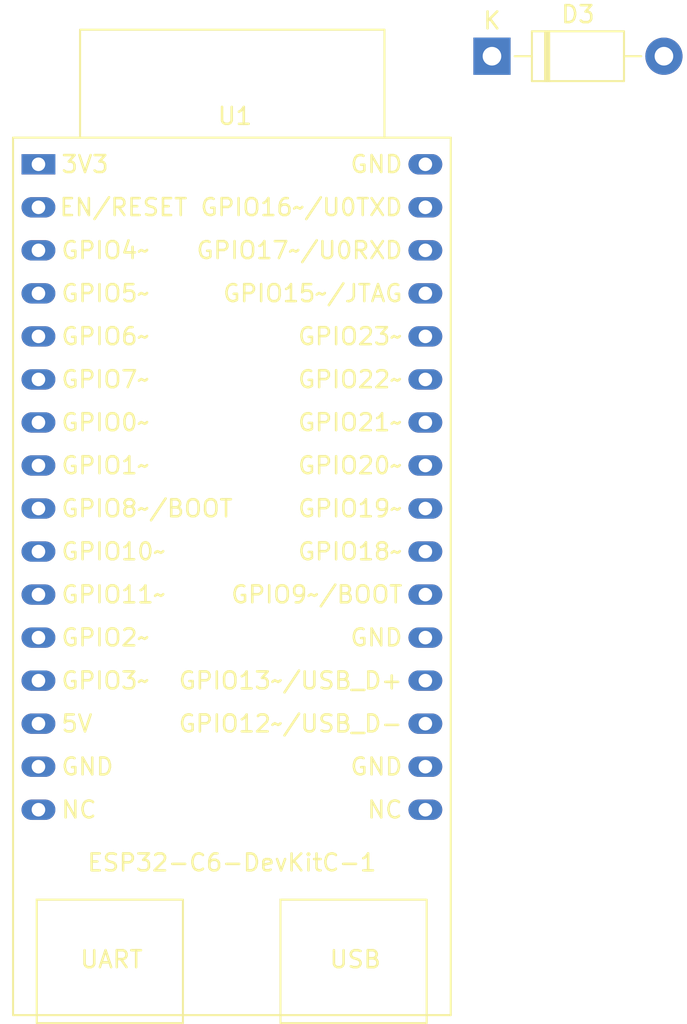
<source format=kicad_pcb>
(kicad_pcb (version 20240108) (generator "pcbnew") (generator_version "8.0")
  (layers (0 "F.Cu" signal) (31 "B.Cu" signal) (34 "B.Paste" user) (35 "F.Paste" user) (36 "B.SilkS" user "B.Silkscreen") (37 "F.SilkS" user "F.Silkscreen") (38 "B.Mask" user) (39 "F.Mask" user) (44 "Edge.Cuts" user))
  (net 0 "")
  (net 6 "BOOST_ENABLE")
  (net 9 "3v3")
  (net 10 "GND")
  (net 11 "SCL")
  (net 19 "VCC")
  (net 25 "SDA")
  (net 33 "BOOST_SWITCH")
  (net 34 "BATTERY+12")
  (footprint "Diode_THT:D_DO-41_SOD81_P10.16mm_Horizontal" (layer "F.Cu") (at 133.475 72.35968)
    (property "Reference" "D3" (at 5.08 -2.47 0) (layer "F.SilkS"))
    (property "Value" "1N4007")
    (fp_line (start 1.34 0) (end 2.36 0) (stroke (width 0.12)) (layer "F.SilkS"))
    (fp_line (start 2.36 -1.47) (end 2.36 1.47) (stroke (width 0.12)) (layer "F.SilkS"))
    (fp_line (start 2.36 1.47) (end 7.8 1.47) (stroke (width 0.12)) (layer "F.SilkS"))
    (fp_line (start 3.14 -1.47) (end 3.14 1.47) (stroke (width 0.12)) (layer "F.SilkS"))
    (fp_line (start 3.26 -1.47) (end 3.26 1.47) (stroke (width 0.12)) (layer "F.SilkS"))
    (fp_line (start 3.38 -1.47) (end 3.38 1.47) (stroke (width 0.12)) (layer "F.SilkS"))
    (fp_line (start 7.8 -1.47) (end 2.36 -1.47) (stroke (width 0.12)) (layer "F.SilkS"))
    (fp_line (start 7.8 1.47) (end 7.8 -1.47) (stroke (width 0.12)) (layer "F.SilkS"))
    (fp_line (start 8.82 0) (end 7.8 0) (stroke (width 0.12)) (layer "F.SilkS"))
    (fp_text user "K" (at 0 -2.1 0) (layer "F.SilkS"))
    (pad "1" thru_hole rect (at 0 0) (size 2.2 2.2) (drill 1.1) (layers "*.Cu" "*.Mask") (net 34 "BATTERY+12"))
    (pad "2" thru_hole oval (at 10.16 0) (size 2.2 2.2) (drill 1.1) (layers "*.Cu" "*.Mask") (net 33 "BOOST_SWITCH"))
  )
  (footprint "PCM_Espressif:ESP32-C6-DevKitC-1" (layer "F.Cu") (at 106.68 78.74)
    (property "Reference" "U1" (at 11.6078 -2.8448 0) (layer "F.SilkS"))
    (property "Value" "ESP32-C6-DevKitC-1" (at 11.43 41.2242 180) (layer "F.SilkS"))
    (fp_line (start -1.5 -1.575) (end -1.5 50.225) (stroke (width 0.12)) (layer "F.SilkS"))
    (fp_line (start -1.5 50.225) (end 24.359999 50.225) (stroke (width 0.12)) (layer "F.SilkS"))
    (fp_line (start 2.46012 -7.94532) (end 20.44332 -7.94532) (stroke (width 0.12)) (layer "F.SilkS"))
    (fp_line (start 2.46012 -1.59532) (end 2.46012 -7.94532) (stroke (width 0.12)) (layer "F.SilkS"))
    (fp_line (start 20.44332 -7.94532) (end 20.44332 -1.59532) (stroke (width 0.12)) (layer "F.SilkS"))
    (fp_line (start 24.359999 50.225) (end 24.36 -1.575) (stroke (width 0.12)) (layer "F.SilkS"))
    (fp_line (start 24.36 -1.575) (end -1.499999 -1.575) (stroke (width 0.12)) (layer "F.SilkS"))
    (fp_rect (start -0.0998 43.4086) (end 8.5362 50.6984) (stroke (width 0.12)) (fill none) (layer "F.SilkS"))
    (fp_rect (start 14.3002 43.4086) (end 22.9362 50.6984) (stroke (width 0.12)) (fill none) (layer "F.SilkS"))
    (fp_text user "GPIO2~" (at 1.27 27.94 0) (layer "F.SilkS") (effects (justify left)))
    (fp_text user "GPIO15~/JTAG" (at 21.59 7.62 0) (layer "F.SilkS") (effects (justify right)))
    (fp_text user "UART" (at 4.3198 47.5234 0) (layer "F.SilkS") (effects (justify bottom)))
    (fp_text user "GPIO17~/U0RXD" (at 21.59 5.08 0) (layer "F.SilkS") (effects (justify right)))
    (fp_text user "3V3" (at 1.27 0 0) (layer "F.SilkS") (effects (justify left)))
    (fp_text user "USB" (at 18.7198 47.5234 0) (layer "F.SilkS") (effects (justify bottom)))
    (fp_text user "GND" (at 21.59 35.56 0) (layer "F.SilkS") (effects (justify right)))
    (fp_text user "GPIO4~" (at 1.27 5.08 0) (layer "F.SilkS") (effects (justify left)))
    (fp_text user "GPIO12~/USB_D-" (at 21.59 33.02 0) (layer "F.SilkS") (effects (justify right)))
    (fp_text user "GPIO5~" (at 1.27 7.62 0) (layer "F.SilkS") (effects (justify left)))
    (fp_text user "GPIO21~" (at 21.59 15.24 0) (layer "F.SilkS") (effects (justify right)))
    (fp_text user "GPIO6~" (at 1.27 10.16 0) (layer "F.SilkS") (effects (justify left)))
    (fp_text user "GPIO22~" (at 21.59 12.7 0) (layer "F.SilkS") (effects (justify right)))
    (fp_text user "NC" (at 1.27 38.1 0) (layer "F.SilkS") (effects (justify left)))
    (fp_text user "GND" (at 21.59 0 0) (layer "F.SilkS") (effects (justify right)))
    (fp_text user "GPIO9~/BOOT" (at 21.59 25.4 0) (layer "F.SilkS") (effects (justify right)))
    (fp_text user "GPIO1~" (at 1.27 17.78 0) (layer "F.SilkS") (effects (justify left)))
    (fp_text user "GPIO8~/BOOT" (at 1.27 20.32 0) (layer "F.SilkS") (effects (justify left)))
    (fp_text user "EN/RESET" (at 8.88632 2.54 0) (layer "F.SilkS") (effects (justify right)))
    (fp_text user "NC" (at 21.59 38.1 0) (layer "F.SilkS") (effects (justify right)))
    (fp_text user "GPIO10~" (at 1.27 22.86 0) (layer "F.SilkS") (effects (justify left)))
    (fp_text user "GPIO13~/USB_D+" (at 21.59 30.48 0) (layer "F.SilkS") (effects (justify right)))
    (fp_text user "GPIO16~/U0TXD" (at 21.59 2.54 0) (layer "F.SilkS") (effects (justify right)))
    (fp_text user "GND" (at 21.59 27.94 0) (layer "F.SilkS") (effects (justify right)))
    (fp_text user "GPIO3~" (at 1.27 30.48 0) (layer "F.SilkS") (effects (justify left)))
    (fp_text user "GND" (at 1.27 35.56 0) (layer "F.SilkS") (effects (justify left)))
    (fp_text user "GPIO18~" (at 21.59 22.86 0) (layer "F.SilkS") (effects (justify right)))
    (fp_text user "GPIO0~" (at 1.27 15.24 0) (layer "F.SilkS") (effects (justify left)))
    (fp_text user "GPIO11~" (at 1.27 25.4 0) (layer "F.SilkS") (effects (justify left)))
    (fp_text user "GPIO19~" (at 21.59 20.32 0) (layer "F.SilkS") (effects (justify right)))
    (fp_text user "5V" (at 1.27 33.02 0) (layer "F.SilkS") (effects (justify left)))
    (fp_text user "GPIO7~" (at 1.27 12.7 0) (layer "F.SilkS") (effects (justify left)))
    (fp_text user "GPIO20~" (at 21.59 17.78 0) (layer "F.SilkS") (effects (justify right)))
    (fp_text user "GPIO23~" (at 21.59 10.16 0) (layer "F.SilkS") (effects (justify right)))
    (pad "1" thru_hole rect (at 0 0 270) (size 1.2 2) (drill 0.8) (layers "*.Cu" "*.Mask") (net 9 "3v3"))
    (pad "2" thru_hole oval (at 0 2.54 270) (size 1.2 2) (drill 0.8) (layers "*.Cu" "*.Mask"))
    (pad "3" thru_hole oval (at 0 5.08 270) (size 1.2 2) (drill 0.8) (layers "*.Cu" "*.Mask"))
    (pad "4" thru_hole oval (at 0 7.62 270) (size 1.2 2) (drill 0.8) (layers "*.Cu" "*.Mask"))
    (pad "5" thru_hole oval (at 0 10.16 270) (size 1.2 2) (drill 0.8) (layers "*.Cu" "*.Mask"))
    (pad "6" thru_hole oval (at 0 12.7 270) (size 1.2 2) (drill 0.8) (layers "*.Cu" "*.Mask"))
    (pad "7" thru_hole oval (at 0 15.24 270) (size 1.2 2) (drill 0.8) (layers "*.Cu" "*.Mask"))
    (pad "8" thru_hole oval (at 0 17.78 270) (size 1.2 2) (drill 0.8) (layers "*.Cu" "*.Mask"))
    (pad "9" thru_hole oval (at 0 20.32 270) (size 1.2 2) (drill 0.8) (layers "*.Cu" "*.Mask"))
    (pad "10" thru_hole oval (at 0 22.86 270) (size 1.2 2) (drill 0.8) (layers "*.Cu" "*.Mask") (net 25 "SDA"))
    (pad "11" thru_hole oval (at 0 25.4 270) (size 1.2 2) (drill 0.8) (layers "*.Cu" "*.Mask") (net 11 "SCL"))
    (pad "12" thru_hole oval (at 0 27.94 270) (size 1.2 2) (drill 0.8) (layers "*.Cu" "*.Mask"))
    (pad "13" thru_hole oval (at 0 30.48 270) (size 1.2 2) (drill 0.8) (layers "*.Cu" "*.Mask"))
    (pad "14" thru_hole oval (at 0 33.02 270) (size 1.2 2) (drill 0.8) (layers "*.Cu" "*.Mask") (net 19 "VCC"))
    (pad "15" thru_hole oval (at 0 35.56 270) (size 1.2 2) (drill 0.8) (layers "*.Cu" "*.Mask"))
    (pad "16" thru_hole oval (at 0 38.1 270) (size 1.2 2) (drill 0.8) (layers "*.Cu" "*.Mask"))
    (pad "17" thru_hole oval (at 22.86 38.1 270) (size 1.2 2) (drill 0.8) (layers "*.Cu" "*.Mask"))
    (pad "18" thru_hole oval (at 22.86 35.56 270) (size 1.2 2) (drill 0.8) (layers "*.Cu" "*.Mask"))
    (pad "19" thru_hole oval (at 22.86 33.02 270) (size 1.2 2) (drill 0.8) (layers "*.Cu" "*.Mask"))
    (pad "20" thru_hole oval (at 22.86 30.48 270) (size 1.2 2) (drill 0.8) (layers "*.Cu" "*.Mask"))
    (pad "21" thru_hole oval (at 22.86 27.94 270) (size 1.2 2) (drill 0.8) (layers "*.Cu" "*.Mask"))
    (pad "22" thru_hole oval (at 22.86 25.4 270) (size 1.2 2) (drill 0.8) (layers "*.Cu" "*.Mask"))
    (pad "23" thru_hole oval (at 22.86 22.86 270) (size 1.2 2) (drill 0.8) (layers "*.Cu" "*.Mask") (net 6 "BOOST_ENABLE"))
    (pad "24" thru_hole oval (at 22.86 20.32 270) (size 1.2 2) (drill 0.8) (layers "*.Cu" "*.Mask"))
    (pad "25" thru_hole oval (at 22.86 17.78 270) (size 1.2 2) (drill 0.8) (layers "*.Cu" "*.Mask"))
    (pad "26" thru_hole oval (at 22.86 15.24 270) (size 1.2 2) (drill 0.8) (layers "*.Cu" "*.Mask"))
    (pad "27" thru_hole oval (at 22.86 12.7 270) (size 1.2 2) (drill 0.8) (layers "*.Cu" "*.Mask"))
    (pad "28" thru_hole oval (at 22.86 10.16 270) (size 1.2 2) (drill 0.8) (layers "*.Cu" "*.Mask"))
    (pad "29" thru_hole oval (at 22.86 7.62 270) (size 1.2 2) (drill 0.8) (layers "*.Cu" "*.Mask"))
    (pad "30" thru_hole oval (at 22.86 5.08 270) (size 1.2 2) (drill 0.8) (layers "*.Cu" "*.Mask"))
    (pad "31" thru_hole oval (at 22.86 2.54 270) (size 1.2 2) (drill 0.8) (layers "*.Cu" "*.Mask"))
    (pad "32" thru_hole oval (at 22.86 0 270) (size 1.2 2) (drill 0.8) (layers "*.Cu" "*.Mask") (net 10 "GND"))
  )
)
</source>
